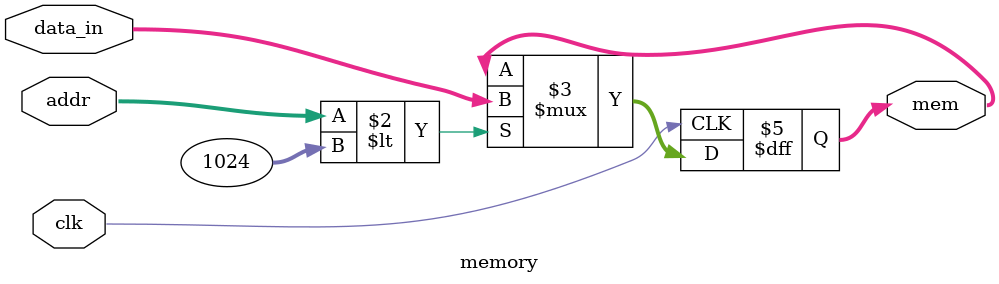
<source format=v>

module memory #(
  parameter bits = 32,
  parameter words = 1024
)(
  input clk,
  input [9:0] addr,
  input [bits-1:0] data_in,
  output reg [bits-1:0] mem
);

  always @(posedge clk) begin
    if (addr < words) begin
      mem <= data_in;
    end
  end

endmodule
</source>
